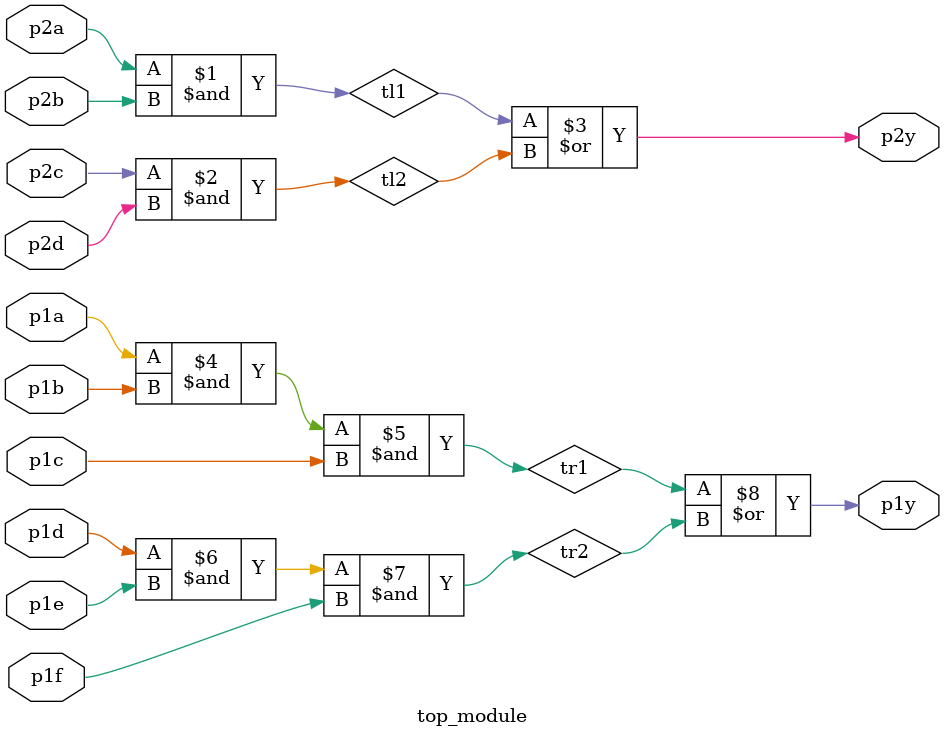
<source format=v>
module top_module ( 
    input p1a, p1b, p1c, p1d, p1e, p1f,
    output p1y,
    input p2a, p2b, p2c, p2d,
    output p2y );

	wire tl1, tl2;
    assign tl1 = p2a & p2b;
    assign tl2 = p2c & p2d;
    assign p2y = tl1 | tl2;

	wire tr1, tr2;
    assign tr1 = p1a & p1b & p1c;
    assign tr2 = p1d & p1e & p1f;
    assign p1y = tr1 | tr2;

endmodule
</source>
